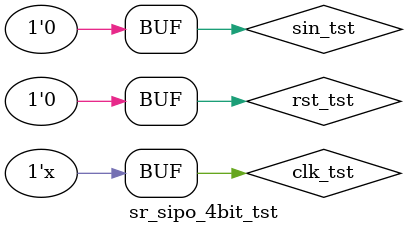
<source format=v>
module sr_sipo_4bit_tst() ;

	wire [3:0] pout_tst ;
	reg sin_tst ;
	reg clk_tst, rst_tst ;

	sr_sipo_4bit DUT(sin_tst, clk_tst, rst_tst, pout_tst) ;

	initial
		begin
			sin_tst = 1 'd0 ;		
			clk_tst = 1 'b0 ;
			rst_tst = 1 'b0 ;
			#10 rst_tst = 1 'b1 ;
			#10 rst_tst = 1 'b0 ;
		end

	always #25 clk_tst = ~clk_tst ;			

	initial
		begin
			sin_tst = 1 'b0 ;
			#60 sin_tst = 1 'b0 ;	
			#60 sin_tst = 1 'b1 ;	
			#60 sin_tst = 1 'b0 ;	
			#60 sin_tst = 1 'b1 ;	
			#60 sin_tst = 1 'b0 ;	
			#60 sin_tst = 1 'b1 ;	
			#60 sin_tst = 1 'b0 ;	
			#60 sin_tst = 1 'b1 ;	
			#60 sin_tst = 1 'b0 ;	
		end

endmodule


</source>
